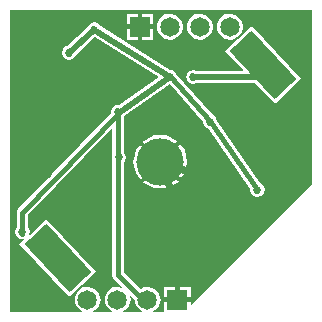
<source format=gbl>
%FSLAX33Y33*%
%MOMM*%
%AMRect-W1650000-H1650000-RO1.500*
21,1,1.65,1.65,0.,0.,90*%
%AMRect-W1650000-H1650000-RO0.500*
21,1,1.65,1.65,0.,0.,270*%
%AMRect-W2540000-H5588000-RO0.760*
21,1,2.54,5.588,0.,0.,223*%
%ADD10C,0.4572*%
%ADD11C,0.508*%
%ADD12C,0.381*%
%ADD13C,0.6858*%
%ADD14C,1.65*%
%ADD15Rect-W1650000-H1650000-RO1.500*%
%ADD16C,1.65*%
%ADD17Rect-W1650000-H1650000-RO0.500*%
%ADD18C,4.*%
%ADD19Rect-W2540000-H5588000-RO0.760*%
D10*
%LNpour fill*%
G36*
G01*
X6035Y0054D02*
X5701Y0284D01*
X5455Y0752D01*
X5455Y1280D01*
X5701Y1748D01*
X6136Y2049D01*
X6661Y2112D01*
X7155Y1925D01*
X7506Y1529D01*
X7632Y1016D01*
X7506Y0503D01*
X7155Y0107D01*
X7037Y0062D01*
X7049Y0D01*
X8558Y0D01*
X8575Y0054D01*
X8241Y0284D01*
X7995Y0752D01*
X7995Y1280D01*
X8241Y1748D01*
X8676Y2049D01*
X9201Y2112D01*
X9404Y2035D01*
X9437Y2087D01*
X8759Y2766D01*
X8704Y2848D01*
X8649Y2930D01*
X8649Y2930D01*
X8649Y2931D01*
X8630Y3027D01*
X8611Y3124D01*
X8629Y12846D01*
X8572Y13056D01*
X8630Y13268D01*
X8634Y15494D01*
X8586Y15514D01*
X1486Y8192D01*
X1486Y7127D01*
X1555Y7058D01*
X1638Y6747D01*
X1587Y6556D01*
X1636Y6527D01*
X3023Y7829D01*
X7231Y3348D01*
X4972Y1227D01*
X0764Y5708D01*
X1197Y6114D01*
X1168Y6166D01*
X1016Y6125D01*
X0884Y6160D01*
X0836Y6170D01*
X0828Y6175D01*
X0705Y6208D01*
X0477Y6436D01*
X0394Y6747D01*
X0477Y7058D01*
X0546Y7127D01*
X0546Y8382D01*
X0563Y8468D01*
X0579Y8555D01*
X0581Y8558D01*
X0582Y8562D01*
X0631Y8635D01*
X0679Y8709D01*
X8547Y16823D01*
X8522Y16916D01*
X8605Y17228D01*
X8833Y17455D01*
X9144Y17539D01*
X9211Y17521D01*
X12547Y19862D01*
X7179Y23212D01*
X5512Y21684D01*
X5492Y21609D01*
X5264Y21381D01*
X4953Y21298D01*
X4642Y21381D01*
X4414Y21609D01*
X4331Y21920D01*
X4414Y22231D01*
X4642Y22459D01*
X4836Y22511D01*
X6550Y24083D01*
X6579Y24191D01*
X6806Y24419D01*
X7118Y24502D01*
X7429Y24419D01*
X7657Y24191D01*
X7663Y24168D01*
X9763Y22857D01*
X9868Y23026D01*
X9868Y23930D01*
X10773Y23930D01*
X10773Y23026D01*
X9868Y23026D01*
X9763Y22857D01*
X13544Y20497D01*
X13738Y20445D01*
X13895Y20324D01*
X14030Y20170D01*
X14052Y20149D01*
X14053Y20144D01*
X14738Y19362D01*
X14955Y19552D01*
X14927Y19655D01*
X14925Y19659D01*
X14921Y19679D01*
X14872Y19863D01*
X14921Y20047D01*
X14925Y20067D01*
X14927Y20070D01*
X14955Y20174D01*
X15183Y20402D01*
X15494Y20485D01*
X15805Y20402D01*
X15811Y20396D01*
X19661Y20396D01*
X19681Y20442D01*
X18169Y22052D01*
X19311Y23124D01*
X19220Y23221D01*
X18726Y23034D01*
X18201Y23097D01*
X17766Y23398D01*
X17520Y23866D01*
X17520Y24394D01*
X17766Y24862D01*
X18201Y25163D01*
X18726Y25226D01*
X19220Y25039D01*
X19571Y24643D01*
X19697Y24130D01*
X19571Y23617D01*
X19220Y23221D01*
X19311Y23124D01*
X20428Y24173D01*
X24636Y19692D01*
X22377Y17571D01*
X20726Y19329D01*
X15811Y19329D01*
X15805Y19324D01*
X15494Y19241D01*
X15183Y19324D01*
X14955Y19552D01*
X14738Y19362D01*
X17119Y16643D01*
X17205Y16620D01*
X17433Y16393D01*
X17498Y16151D01*
X21153Y10895D01*
X21225Y10876D01*
X21452Y10648D01*
X21536Y10337D01*
X21452Y10026D01*
X21225Y9798D01*
X20914Y9715D01*
X20602Y9798D01*
X20375Y10026D01*
X20291Y10337D01*
X20295Y10350D01*
X16706Y15509D01*
X16583Y15542D01*
X16355Y15770D01*
X16277Y16063D01*
X13503Y19230D01*
X9652Y16527D01*
X9646Y13455D01*
X9734Y13367D01*
X9817Y13056D01*
X10468Y12907D01*
X10646Y13689D01*
X10987Y14117D01*
X11179Y14320D01*
X11162Y14336D01*
X11279Y14482D01*
X12193Y14922D01*
X13207Y14922D01*
X14121Y14482D01*
X14149Y14447D01*
X12694Y12897D01*
X11179Y14320D01*
X10987Y14117D01*
X12503Y12694D01*
X11075Y11174D01*
X11279Y10982D01*
X12706Y12503D01*
X14221Y11080D01*
X14413Y11283D01*
X12897Y12706D01*
X14325Y14226D01*
X14754Y13689D01*
X14979Y12700D01*
X14754Y11711D01*
X14413Y11283D01*
X14221Y11080D01*
X14238Y11064D01*
X14121Y10918D01*
X13207Y10478D01*
X12193Y10478D01*
X11279Y10918D01*
X11251Y10953D01*
X11279Y10982D01*
X11075Y11174D01*
X10646Y11711D01*
X10421Y12700D01*
X10468Y12907D01*
X9817Y13056D01*
X9734Y12744D01*
X9644Y12655D01*
X9627Y3334D01*
X11037Y1925D01*
X11216Y2049D01*
X11741Y2112D01*
X12235Y1925D01*
X12586Y1529D01*
X12685Y1128D01*
X13043Y1216D01*
X13043Y2120D01*
X13948Y2120D01*
X13948Y1216D01*
X13043Y1216D01*
X12685Y1128D01*
X12712Y1016D01*
X12586Y0503D01*
X12235Y0107D01*
X12117Y0062D01*
X12129Y0D01*
X13043Y0D01*
X13043Y0816D01*
X14348Y0816D01*
X14348Y1216D01*
X14348Y2120D01*
X15252Y2120D01*
X15252Y1216D01*
X14348Y1216D01*
X14348Y0816D01*
X15252Y0816D01*
X15252Y0587D01*
X15299Y0567D01*
X25527Y10795D01*
X25527Y25527D01*
X16186Y25527D01*
X16186Y25226D01*
X16680Y25039D01*
X17031Y24643D01*
X17157Y24130D01*
X17031Y23617D01*
X16680Y23221D01*
X16186Y23034D01*
X15661Y23097D01*
X15226Y23398D01*
X14980Y23866D01*
X14980Y24394D01*
X15226Y24862D01*
X15661Y25163D01*
X16186Y25226D01*
X16186Y25527D01*
X13646Y25527D01*
X13646Y25226D01*
X14140Y25039D01*
X14491Y24643D01*
X14617Y24130D01*
X14491Y23617D01*
X14140Y23221D01*
X13646Y23034D01*
X13121Y23097D01*
X12686Y23398D01*
X12440Y23866D01*
X12440Y23930D01*
X12077Y23930D01*
X12077Y23026D01*
X11173Y23026D01*
X11173Y23930D01*
X12077Y23930D01*
X12440Y23930D01*
X12440Y24394D01*
X12686Y24862D01*
X13121Y25163D01*
X13646Y25226D01*
X13646Y25527D01*
X11173Y25527D01*
X11173Y25234D01*
X12077Y25234D01*
X12077Y24330D01*
X11173Y24330D01*
X11173Y25234D01*
X11173Y25527D01*
X9868Y25527D01*
X9868Y25234D01*
X10773Y25234D01*
X10773Y24330D01*
X9868Y24330D01*
X9868Y25234D01*
X9868Y25527D01*
X0Y25527D01*
X0Y0D01*
X6018Y0D01*
X11115Y0054D02*
X10781Y0284D01*
X10535Y0752D01*
X10535Y0989D01*
X10138Y1386D01*
X10088Y1358D01*
X10172Y1016D01*
X10046Y0503D01*
X9695Y0107D01*
X9577Y0062D01*
X9589Y0D01*
X11098Y0D01*
G37*
%LNbottom copper_traces*%
X9144Y16739D02*
X9119Y3124D01*
X11608Y0635*
D11*
X15418Y19863D02*
X20904Y19863D01*
X13513Y19888D02*
X9169Y16840D01*
D12*
X1016Y8382D02*
X9144Y16764D01*
D11*
X7118Y23880D02*
X4953Y21895D01*
D10*
X16894Y16129D02*
X20904Y10363D01*
D11*
X7118Y23880D02*
X13513Y19888D01*
D12*
X1016Y6604D02*
X1016Y8382D01*
D11*
X4953Y21895D02*
X4953Y21920D01*
D10*
X13513Y19990D02*
X16894Y16129D01*
D13*
X13513Y18263D03*
X20904Y16383D03*
X7874Y13970D03*
X22428Y8534D03*
X3302Y9144D03*
X1372Y18263D03*
X3226Y13970D03*
X7118Y23880D03*
X23444Y9550D03*
X13431Y10719D03*
X16002Y11989D03*
X17450Y21234D03*
X1016Y6747D03*
X18593Y10693D03*
X17399Y10693D03*
X17399Y9347D03*
X10287Y20904D03*
X15494Y19863D03*
X17321Y3454D03*
X14732Y10719D03*
X9195Y13056D03*
X19482Y5639D03*
X6452Y16840D03*
X24106Y14847D03*
X16205Y2337D03*
X14732Y11993D03*
X23063Y24244D03*
X21387Y7518D03*
X4953Y21920D03*
X3226Y11684D03*
X9144Y16916D03*
X16002Y13166D03*
X10211Y18796D03*
X24360Y10566D03*
X16027Y8001D03*
X13513Y19837D03*
X20345Y8509D03*
X16027Y9347D03*
X16894Y16081D03*
X20914Y10337D03*
X17344Y18055D03*
X18385Y4517D03*
%LNbottom copper component 800e0844de41ef63*%
D14*
X13513Y24130D03*
X16053Y24130D03*
X18593Y24130D03*
D15*
X10973Y24130D03*
%LNbottom copper component 1b95c2daf294ff73*%
D16*
X11608Y1016D03*
X9068Y1016D03*
X6528Y1016D03*
D17*
X14148Y1016D03*
%LNbottom copper component 221ee5476048cbbc*%
D18*
X12700Y12700D03*
D19*
X21402Y20872D03*
X3998Y4528D03*
M02*
</source>
